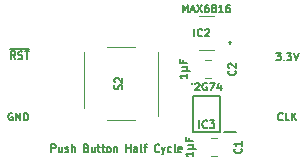
<source format=gbr>
%TF.GenerationSoftware,KiCad,Pcbnew,7.0.5*%
%TF.CreationDate,2023-12-18T16:39:59+02:00*%
%TF.ProjectId,Clock Push Button,436c6f63-6b20-4507-9573-682042757474,rev?*%
%TF.SameCoordinates,Original*%
%TF.FileFunction,Legend,Top*%
%TF.FilePolarity,Positive*%
%FSLAX46Y46*%
G04 Gerber Fmt 4.6, Leading zero omitted, Abs format (unit mm)*
G04 Created by KiCad (PCBNEW 7.0.5) date 2023-12-18 16:39:59*
%MOMM*%
%LPD*%
G01*
G04 APERTURE LIST*
%ADD10C,0.150000*%
%ADD11C,0.200000*%
%ADD12C,0.100000*%
%ADD13C,0.120000*%
G04 APERTURE END LIST*
D10*
X111594791Y-53625963D02*
X111383124Y-53323582D01*
X111231934Y-53625963D02*
X111231934Y-52990963D01*
X111231934Y-52990963D02*
X111473839Y-52990963D01*
X111473839Y-52990963D02*
X111534315Y-53021201D01*
X111534315Y-53021201D02*
X111564553Y-53051439D01*
X111564553Y-53051439D02*
X111594791Y-53111915D01*
X111594791Y-53111915D02*
X111594791Y-53202629D01*
X111594791Y-53202629D02*
X111564553Y-53263105D01*
X111564553Y-53263105D02*
X111534315Y-53293344D01*
X111534315Y-53293344D02*
X111473839Y-53323582D01*
X111473839Y-53323582D02*
X111231934Y-53323582D01*
X111836696Y-53595725D02*
X111927410Y-53625963D01*
X111927410Y-53625963D02*
X112078601Y-53625963D01*
X112078601Y-53625963D02*
X112139077Y-53595725D01*
X112139077Y-53595725D02*
X112169315Y-53565486D01*
X112169315Y-53565486D02*
X112199553Y-53505010D01*
X112199553Y-53505010D02*
X112199553Y-53444534D01*
X112199553Y-53444534D02*
X112169315Y-53384058D01*
X112169315Y-53384058D02*
X112139077Y-53353820D01*
X112139077Y-53353820D02*
X112078601Y-53323582D01*
X112078601Y-53323582D02*
X111957648Y-53293344D01*
X111957648Y-53293344D02*
X111897172Y-53263105D01*
X111897172Y-53263105D02*
X111866934Y-53232867D01*
X111866934Y-53232867D02*
X111836696Y-53172391D01*
X111836696Y-53172391D02*
X111836696Y-53111915D01*
X111836696Y-53111915D02*
X111866934Y-53051439D01*
X111866934Y-53051439D02*
X111897172Y-53021201D01*
X111897172Y-53021201D02*
X111957648Y-52990963D01*
X111957648Y-52990963D02*
X112108839Y-52990963D01*
X112108839Y-52990963D02*
X112199553Y-53021201D01*
X112380982Y-52990963D02*
X112743839Y-52990963D01*
X112562410Y-53625963D02*
X112562410Y-52990963D01*
X111144244Y-52814675D02*
X112740816Y-52814675D01*
X114638665Y-61509488D02*
X114638665Y-60874488D01*
X114638665Y-60874488D02*
X114880570Y-60874488D01*
X114880570Y-60874488D02*
X114941046Y-60904726D01*
X114941046Y-60904726D02*
X114971284Y-60934964D01*
X114971284Y-60934964D02*
X115001522Y-60995440D01*
X115001522Y-60995440D02*
X115001522Y-61086154D01*
X115001522Y-61086154D02*
X114971284Y-61146630D01*
X114971284Y-61146630D02*
X114941046Y-61176869D01*
X114941046Y-61176869D02*
X114880570Y-61207107D01*
X114880570Y-61207107D02*
X114638665Y-61207107D01*
X115545808Y-61086154D02*
X115545808Y-61509488D01*
X115273665Y-61086154D02*
X115273665Y-61418773D01*
X115273665Y-61418773D02*
X115303903Y-61479250D01*
X115303903Y-61479250D02*
X115364379Y-61509488D01*
X115364379Y-61509488D02*
X115455094Y-61509488D01*
X115455094Y-61509488D02*
X115515570Y-61479250D01*
X115515570Y-61479250D02*
X115545808Y-61449011D01*
X115817951Y-61479250D02*
X115878427Y-61509488D01*
X115878427Y-61509488D02*
X115999379Y-61509488D01*
X115999379Y-61509488D02*
X116059856Y-61479250D01*
X116059856Y-61479250D02*
X116090094Y-61418773D01*
X116090094Y-61418773D02*
X116090094Y-61388535D01*
X116090094Y-61388535D02*
X116059856Y-61328059D01*
X116059856Y-61328059D02*
X115999379Y-61297821D01*
X115999379Y-61297821D02*
X115908665Y-61297821D01*
X115908665Y-61297821D02*
X115848189Y-61267583D01*
X115848189Y-61267583D02*
X115817951Y-61207107D01*
X115817951Y-61207107D02*
X115817951Y-61176869D01*
X115817951Y-61176869D02*
X115848189Y-61116392D01*
X115848189Y-61116392D02*
X115908665Y-61086154D01*
X115908665Y-61086154D02*
X115999379Y-61086154D01*
X115999379Y-61086154D02*
X116059856Y-61116392D01*
X116362237Y-61509488D02*
X116362237Y-60874488D01*
X116634380Y-61509488D02*
X116634380Y-61176869D01*
X116634380Y-61176869D02*
X116604142Y-61116392D01*
X116604142Y-61116392D02*
X116543666Y-61086154D01*
X116543666Y-61086154D02*
X116452951Y-61086154D01*
X116452951Y-61086154D02*
X116392475Y-61116392D01*
X116392475Y-61116392D02*
X116362237Y-61146630D01*
X117632238Y-61176869D02*
X117722952Y-61207107D01*
X117722952Y-61207107D02*
X117753190Y-61237345D01*
X117753190Y-61237345D02*
X117783428Y-61297821D01*
X117783428Y-61297821D02*
X117783428Y-61388535D01*
X117783428Y-61388535D02*
X117753190Y-61449011D01*
X117753190Y-61449011D02*
X117722952Y-61479250D01*
X117722952Y-61479250D02*
X117662476Y-61509488D01*
X117662476Y-61509488D02*
X117420571Y-61509488D01*
X117420571Y-61509488D02*
X117420571Y-60874488D01*
X117420571Y-60874488D02*
X117632238Y-60874488D01*
X117632238Y-60874488D02*
X117692714Y-60904726D01*
X117692714Y-60904726D02*
X117722952Y-60934964D01*
X117722952Y-60934964D02*
X117753190Y-60995440D01*
X117753190Y-60995440D02*
X117753190Y-61055916D01*
X117753190Y-61055916D02*
X117722952Y-61116392D01*
X117722952Y-61116392D02*
X117692714Y-61146630D01*
X117692714Y-61146630D02*
X117632238Y-61176869D01*
X117632238Y-61176869D02*
X117420571Y-61176869D01*
X118327714Y-61086154D02*
X118327714Y-61509488D01*
X118055571Y-61086154D02*
X118055571Y-61418773D01*
X118055571Y-61418773D02*
X118085809Y-61479250D01*
X118085809Y-61479250D02*
X118146285Y-61509488D01*
X118146285Y-61509488D02*
X118237000Y-61509488D01*
X118237000Y-61509488D02*
X118297476Y-61479250D01*
X118297476Y-61479250D02*
X118327714Y-61449011D01*
X118539381Y-61086154D02*
X118781285Y-61086154D01*
X118630095Y-60874488D02*
X118630095Y-61418773D01*
X118630095Y-61418773D02*
X118660333Y-61479250D01*
X118660333Y-61479250D02*
X118720809Y-61509488D01*
X118720809Y-61509488D02*
X118781285Y-61509488D01*
X118902238Y-61086154D02*
X119144142Y-61086154D01*
X118992952Y-60874488D02*
X118992952Y-61418773D01*
X118992952Y-61418773D02*
X119023190Y-61479250D01*
X119023190Y-61479250D02*
X119083666Y-61509488D01*
X119083666Y-61509488D02*
X119144142Y-61509488D01*
X119446523Y-61509488D02*
X119386047Y-61479250D01*
X119386047Y-61479250D02*
X119355809Y-61449011D01*
X119355809Y-61449011D02*
X119325571Y-61388535D01*
X119325571Y-61388535D02*
X119325571Y-61207107D01*
X119325571Y-61207107D02*
X119355809Y-61146630D01*
X119355809Y-61146630D02*
X119386047Y-61116392D01*
X119386047Y-61116392D02*
X119446523Y-61086154D01*
X119446523Y-61086154D02*
X119537238Y-61086154D01*
X119537238Y-61086154D02*
X119597714Y-61116392D01*
X119597714Y-61116392D02*
X119627952Y-61146630D01*
X119627952Y-61146630D02*
X119658190Y-61207107D01*
X119658190Y-61207107D02*
X119658190Y-61388535D01*
X119658190Y-61388535D02*
X119627952Y-61449011D01*
X119627952Y-61449011D02*
X119597714Y-61479250D01*
X119597714Y-61479250D02*
X119537238Y-61509488D01*
X119537238Y-61509488D02*
X119446523Y-61509488D01*
X119930333Y-61086154D02*
X119930333Y-61509488D01*
X119930333Y-61146630D02*
X119960571Y-61116392D01*
X119960571Y-61116392D02*
X120021047Y-61086154D01*
X120021047Y-61086154D02*
X120111762Y-61086154D01*
X120111762Y-61086154D02*
X120172238Y-61116392D01*
X120172238Y-61116392D02*
X120202476Y-61176869D01*
X120202476Y-61176869D02*
X120202476Y-61509488D01*
X120988667Y-61509488D02*
X120988667Y-60874488D01*
X120988667Y-61176869D02*
X121351524Y-61176869D01*
X121351524Y-61509488D02*
X121351524Y-60874488D01*
X121926048Y-61509488D02*
X121926048Y-61176869D01*
X121926048Y-61176869D02*
X121895810Y-61116392D01*
X121895810Y-61116392D02*
X121835334Y-61086154D01*
X121835334Y-61086154D02*
X121714381Y-61086154D01*
X121714381Y-61086154D02*
X121653905Y-61116392D01*
X121926048Y-61479250D02*
X121865572Y-61509488D01*
X121865572Y-61509488D02*
X121714381Y-61509488D01*
X121714381Y-61509488D02*
X121653905Y-61479250D01*
X121653905Y-61479250D02*
X121623667Y-61418773D01*
X121623667Y-61418773D02*
X121623667Y-61358297D01*
X121623667Y-61358297D02*
X121653905Y-61297821D01*
X121653905Y-61297821D02*
X121714381Y-61267583D01*
X121714381Y-61267583D02*
X121865572Y-61267583D01*
X121865572Y-61267583D02*
X121926048Y-61237345D01*
X122319143Y-61509488D02*
X122258667Y-61479250D01*
X122258667Y-61479250D02*
X122228429Y-61418773D01*
X122228429Y-61418773D02*
X122228429Y-60874488D01*
X122470334Y-61086154D02*
X122712238Y-61086154D01*
X122561048Y-61509488D02*
X122561048Y-60965202D01*
X122561048Y-60965202D02*
X122591286Y-60904726D01*
X122591286Y-60904726D02*
X122651762Y-60874488D01*
X122651762Y-60874488D02*
X122712238Y-60874488D01*
X123770572Y-61449011D02*
X123740334Y-61479250D01*
X123740334Y-61479250D02*
X123649620Y-61509488D01*
X123649620Y-61509488D02*
X123589144Y-61509488D01*
X123589144Y-61509488D02*
X123498429Y-61479250D01*
X123498429Y-61479250D02*
X123437953Y-61418773D01*
X123437953Y-61418773D02*
X123407715Y-61358297D01*
X123407715Y-61358297D02*
X123377477Y-61237345D01*
X123377477Y-61237345D02*
X123377477Y-61146630D01*
X123377477Y-61146630D02*
X123407715Y-61025678D01*
X123407715Y-61025678D02*
X123437953Y-60965202D01*
X123437953Y-60965202D02*
X123498429Y-60904726D01*
X123498429Y-60904726D02*
X123589144Y-60874488D01*
X123589144Y-60874488D02*
X123649620Y-60874488D01*
X123649620Y-60874488D02*
X123740334Y-60904726D01*
X123740334Y-60904726D02*
X123770572Y-60934964D01*
X123982239Y-61086154D02*
X124133429Y-61509488D01*
X124284620Y-61086154D02*
X124133429Y-61509488D01*
X124133429Y-61509488D02*
X124072953Y-61660678D01*
X124072953Y-61660678D02*
X124042715Y-61690916D01*
X124042715Y-61690916D02*
X123982239Y-61721154D01*
X124798668Y-61479250D02*
X124738192Y-61509488D01*
X124738192Y-61509488D02*
X124617239Y-61509488D01*
X124617239Y-61509488D02*
X124556763Y-61479250D01*
X124556763Y-61479250D02*
X124526525Y-61449011D01*
X124526525Y-61449011D02*
X124496287Y-61388535D01*
X124496287Y-61388535D02*
X124496287Y-61207107D01*
X124496287Y-61207107D02*
X124526525Y-61146630D01*
X124526525Y-61146630D02*
X124556763Y-61116392D01*
X124556763Y-61116392D02*
X124617239Y-61086154D01*
X124617239Y-61086154D02*
X124738192Y-61086154D01*
X124738192Y-61086154D02*
X124798668Y-61116392D01*
X125161525Y-61509488D02*
X125101049Y-61479250D01*
X125101049Y-61479250D02*
X125070811Y-61418773D01*
X125070811Y-61418773D02*
X125070811Y-60874488D01*
X125645335Y-61479250D02*
X125584859Y-61509488D01*
X125584859Y-61509488D02*
X125463906Y-61509488D01*
X125463906Y-61509488D02*
X125403430Y-61479250D01*
X125403430Y-61479250D02*
X125373192Y-61418773D01*
X125373192Y-61418773D02*
X125373192Y-61176869D01*
X125373192Y-61176869D02*
X125403430Y-61116392D01*
X125403430Y-61116392D02*
X125463906Y-61086154D01*
X125463906Y-61086154D02*
X125584859Y-61086154D01*
X125584859Y-61086154D02*
X125645335Y-61116392D01*
X125645335Y-61116392D02*
X125675573Y-61176869D01*
X125675573Y-61176869D02*
X125675573Y-61237345D01*
X125675573Y-61237345D02*
X125373192Y-61297821D01*
X111352887Y-58228201D02*
X111292411Y-58197963D01*
X111292411Y-58197963D02*
X111201697Y-58197963D01*
X111201697Y-58197963D02*
X111110982Y-58228201D01*
X111110982Y-58228201D02*
X111050506Y-58288677D01*
X111050506Y-58288677D02*
X111020268Y-58349153D01*
X111020268Y-58349153D02*
X110990030Y-58470105D01*
X110990030Y-58470105D02*
X110990030Y-58560820D01*
X110990030Y-58560820D02*
X111020268Y-58681772D01*
X111020268Y-58681772D02*
X111050506Y-58742248D01*
X111050506Y-58742248D02*
X111110982Y-58802725D01*
X111110982Y-58802725D02*
X111201697Y-58832963D01*
X111201697Y-58832963D02*
X111262173Y-58832963D01*
X111262173Y-58832963D02*
X111352887Y-58802725D01*
X111352887Y-58802725D02*
X111383125Y-58772486D01*
X111383125Y-58772486D02*
X111383125Y-58560820D01*
X111383125Y-58560820D02*
X111262173Y-58560820D01*
X111655268Y-58832963D02*
X111655268Y-58197963D01*
X111655268Y-58197963D02*
X112018125Y-58832963D01*
X112018125Y-58832963D02*
X112018125Y-58197963D01*
X112320506Y-58832963D02*
X112320506Y-58197963D01*
X112320506Y-58197963D02*
X112471696Y-58197963D01*
X112471696Y-58197963D02*
X112562411Y-58228201D01*
X112562411Y-58228201D02*
X112622887Y-58288677D01*
X112622887Y-58288677D02*
X112653125Y-58349153D01*
X112653125Y-58349153D02*
X112683363Y-58470105D01*
X112683363Y-58470105D02*
X112683363Y-58560820D01*
X112683363Y-58560820D02*
X112653125Y-58681772D01*
X112653125Y-58681772D02*
X112622887Y-58742248D01*
X112622887Y-58742248D02*
X112562411Y-58802725D01*
X112562411Y-58802725D02*
X112471696Y-58832963D01*
X112471696Y-58832963D02*
X112320506Y-58832963D01*
X134216731Y-58772486D02*
X134186493Y-58802725D01*
X134186493Y-58802725D02*
X134095779Y-58832963D01*
X134095779Y-58832963D02*
X134035303Y-58832963D01*
X134035303Y-58832963D02*
X133944588Y-58802725D01*
X133944588Y-58802725D02*
X133884112Y-58742248D01*
X133884112Y-58742248D02*
X133853874Y-58681772D01*
X133853874Y-58681772D02*
X133823636Y-58560820D01*
X133823636Y-58560820D02*
X133823636Y-58470105D01*
X133823636Y-58470105D02*
X133853874Y-58349153D01*
X133853874Y-58349153D02*
X133884112Y-58288677D01*
X133884112Y-58288677D02*
X133944588Y-58228201D01*
X133944588Y-58228201D02*
X134035303Y-58197963D01*
X134035303Y-58197963D02*
X134095779Y-58197963D01*
X134095779Y-58197963D02*
X134186493Y-58228201D01*
X134186493Y-58228201D02*
X134216731Y-58258439D01*
X134791255Y-58832963D02*
X134488874Y-58832963D01*
X134488874Y-58832963D02*
X134488874Y-58197963D01*
X135002922Y-58832963D02*
X135002922Y-58197963D01*
X135365779Y-58832963D02*
X135093636Y-58470105D01*
X135365779Y-58197963D02*
X135002922Y-58560820D01*
X133666398Y-53117963D02*
X134059493Y-53117963D01*
X134059493Y-53117963D02*
X133847826Y-53359867D01*
X133847826Y-53359867D02*
X133938541Y-53359867D01*
X133938541Y-53359867D02*
X133999017Y-53390105D01*
X133999017Y-53390105D02*
X134029255Y-53420344D01*
X134029255Y-53420344D02*
X134059493Y-53480820D01*
X134059493Y-53480820D02*
X134059493Y-53632010D01*
X134059493Y-53632010D02*
X134029255Y-53692486D01*
X134029255Y-53692486D02*
X133999017Y-53722725D01*
X133999017Y-53722725D02*
X133938541Y-53752963D01*
X133938541Y-53752963D02*
X133757112Y-53752963D01*
X133757112Y-53752963D02*
X133696636Y-53722725D01*
X133696636Y-53722725D02*
X133666398Y-53692486D01*
X134331636Y-53692486D02*
X134361874Y-53722725D01*
X134361874Y-53722725D02*
X134331636Y-53752963D01*
X134331636Y-53752963D02*
X134301398Y-53722725D01*
X134301398Y-53722725D02*
X134331636Y-53692486D01*
X134331636Y-53692486D02*
X134331636Y-53752963D01*
X134573541Y-53117963D02*
X134966636Y-53117963D01*
X134966636Y-53117963D02*
X134754969Y-53359867D01*
X134754969Y-53359867D02*
X134845684Y-53359867D01*
X134845684Y-53359867D02*
X134906160Y-53390105D01*
X134906160Y-53390105D02*
X134936398Y-53420344D01*
X134936398Y-53420344D02*
X134966636Y-53480820D01*
X134966636Y-53480820D02*
X134966636Y-53632010D01*
X134966636Y-53632010D02*
X134936398Y-53692486D01*
X134936398Y-53692486D02*
X134906160Y-53722725D01*
X134906160Y-53722725D02*
X134845684Y-53752963D01*
X134845684Y-53752963D02*
X134664255Y-53752963D01*
X134664255Y-53752963D02*
X134603779Y-53722725D01*
X134603779Y-53722725D02*
X134573541Y-53692486D01*
X135148065Y-53117963D02*
X135359731Y-53752963D01*
X135359731Y-53752963D02*
X135571398Y-53117963D01*
%TO.C,IC2*%
X126761119Y-51720963D02*
X126761119Y-51085963D01*
X127426357Y-51660486D02*
X127396119Y-51690725D01*
X127396119Y-51690725D02*
X127305405Y-51720963D01*
X127305405Y-51720963D02*
X127244929Y-51720963D01*
X127244929Y-51720963D02*
X127154214Y-51690725D01*
X127154214Y-51690725D02*
X127093738Y-51630248D01*
X127093738Y-51630248D02*
X127063500Y-51569772D01*
X127063500Y-51569772D02*
X127033262Y-51448820D01*
X127033262Y-51448820D02*
X127033262Y-51358105D01*
X127033262Y-51358105D02*
X127063500Y-51237153D01*
X127063500Y-51237153D02*
X127093738Y-51176677D01*
X127093738Y-51176677D02*
X127154214Y-51116201D01*
X127154214Y-51116201D02*
X127244929Y-51085963D01*
X127244929Y-51085963D02*
X127305405Y-51085963D01*
X127305405Y-51085963D02*
X127396119Y-51116201D01*
X127396119Y-51116201D02*
X127426357Y-51146439D01*
X127668262Y-51146439D02*
X127698500Y-51116201D01*
X127698500Y-51116201D02*
X127758976Y-51085963D01*
X127758976Y-51085963D02*
X127910167Y-51085963D01*
X127910167Y-51085963D02*
X127970643Y-51116201D01*
X127970643Y-51116201D02*
X128000881Y-51146439D01*
X128000881Y-51146439D02*
X128031119Y-51206915D01*
X128031119Y-51206915D02*
X128031119Y-51267391D01*
X128031119Y-51267391D02*
X128000881Y-51358105D01*
X128000881Y-51358105D02*
X127638024Y-51720963D01*
X127638024Y-51720963D02*
X128031119Y-51720963D01*
X125771785Y-49688963D02*
X125771785Y-49053963D01*
X125771785Y-49053963D02*
X125983452Y-49507534D01*
X125983452Y-49507534D02*
X126195118Y-49053963D01*
X126195118Y-49053963D02*
X126195118Y-49688963D01*
X126467261Y-49507534D02*
X126769642Y-49507534D01*
X126406785Y-49688963D02*
X126618451Y-49053963D01*
X126618451Y-49053963D02*
X126830118Y-49688963D01*
X126981309Y-49053963D02*
X127404642Y-49688963D01*
X127404642Y-49053963D02*
X126981309Y-49688963D01*
X127918690Y-49053963D02*
X127797737Y-49053963D01*
X127797737Y-49053963D02*
X127737261Y-49084201D01*
X127737261Y-49084201D02*
X127707023Y-49114439D01*
X127707023Y-49114439D02*
X127646547Y-49205153D01*
X127646547Y-49205153D02*
X127616309Y-49326105D01*
X127616309Y-49326105D02*
X127616309Y-49568010D01*
X127616309Y-49568010D02*
X127646547Y-49628486D01*
X127646547Y-49628486D02*
X127676785Y-49658725D01*
X127676785Y-49658725D02*
X127737261Y-49688963D01*
X127737261Y-49688963D02*
X127858214Y-49688963D01*
X127858214Y-49688963D02*
X127918690Y-49658725D01*
X127918690Y-49658725D02*
X127948928Y-49628486D01*
X127948928Y-49628486D02*
X127979166Y-49568010D01*
X127979166Y-49568010D02*
X127979166Y-49416820D01*
X127979166Y-49416820D02*
X127948928Y-49356344D01*
X127948928Y-49356344D02*
X127918690Y-49326105D01*
X127918690Y-49326105D02*
X127858214Y-49295867D01*
X127858214Y-49295867D02*
X127737261Y-49295867D01*
X127737261Y-49295867D02*
X127676785Y-49326105D01*
X127676785Y-49326105D02*
X127646547Y-49356344D01*
X127646547Y-49356344D02*
X127616309Y-49416820D01*
X128342023Y-49326105D02*
X128281547Y-49295867D01*
X128281547Y-49295867D02*
X128251309Y-49265629D01*
X128251309Y-49265629D02*
X128221071Y-49205153D01*
X128221071Y-49205153D02*
X128221071Y-49174915D01*
X128221071Y-49174915D02*
X128251309Y-49114439D01*
X128251309Y-49114439D02*
X128281547Y-49084201D01*
X128281547Y-49084201D02*
X128342023Y-49053963D01*
X128342023Y-49053963D02*
X128462976Y-49053963D01*
X128462976Y-49053963D02*
X128523452Y-49084201D01*
X128523452Y-49084201D02*
X128553690Y-49114439D01*
X128553690Y-49114439D02*
X128583928Y-49174915D01*
X128583928Y-49174915D02*
X128583928Y-49205153D01*
X128583928Y-49205153D02*
X128553690Y-49265629D01*
X128553690Y-49265629D02*
X128523452Y-49295867D01*
X128523452Y-49295867D02*
X128462976Y-49326105D01*
X128462976Y-49326105D02*
X128342023Y-49326105D01*
X128342023Y-49326105D02*
X128281547Y-49356344D01*
X128281547Y-49356344D02*
X128251309Y-49386582D01*
X128251309Y-49386582D02*
X128221071Y-49447058D01*
X128221071Y-49447058D02*
X128221071Y-49568010D01*
X128221071Y-49568010D02*
X128251309Y-49628486D01*
X128251309Y-49628486D02*
X128281547Y-49658725D01*
X128281547Y-49658725D02*
X128342023Y-49688963D01*
X128342023Y-49688963D02*
X128462976Y-49688963D01*
X128462976Y-49688963D02*
X128523452Y-49658725D01*
X128523452Y-49658725D02*
X128553690Y-49628486D01*
X128553690Y-49628486D02*
X128583928Y-49568010D01*
X128583928Y-49568010D02*
X128583928Y-49447058D01*
X128583928Y-49447058D02*
X128553690Y-49386582D01*
X128553690Y-49386582D02*
X128523452Y-49356344D01*
X128523452Y-49356344D02*
X128462976Y-49326105D01*
X129188690Y-49688963D02*
X128825833Y-49688963D01*
X129007261Y-49688963D02*
X129007261Y-49053963D01*
X129007261Y-49053963D02*
X128946785Y-49144677D01*
X128946785Y-49144677D02*
X128886309Y-49205153D01*
X128886309Y-49205153D02*
X128825833Y-49235391D01*
X129732976Y-49053963D02*
X129612023Y-49053963D01*
X129612023Y-49053963D02*
X129551547Y-49084201D01*
X129551547Y-49084201D02*
X129521309Y-49114439D01*
X129521309Y-49114439D02*
X129460833Y-49205153D01*
X129460833Y-49205153D02*
X129430595Y-49326105D01*
X129430595Y-49326105D02*
X129430595Y-49568010D01*
X129430595Y-49568010D02*
X129460833Y-49628486D01*
X129460833Y-49628486D02*
X129491071Y-49658725D01*
X129491071Y-49658725D02*
X129551547Y-49688963D01*
X129551547Y-49688963D02*
X129672500Y-49688963D01*
X129672500Y-49688963D02*
X129732976Y-49658725D01*
X129732976Y-49658725D02*
X129763214Y-49628486D01*
X129763214Y-49628486D02*
X129793452Y-49568010D01*
X129793452Y-49568010D02*
X129793452Y-49416820D01*
X129793452Y-49416820D02*
X129763214Y-49356344D01*
X129763214Y-49356344D02*
X129732976Y-49326105D01*
X129732976Y-49326105D02*
X129672500Y-49295867D01*
X129672500Y-49295867D02*
X129551547Y-49295867D01*
X129551547Y-49295867D02*
X129491071Y-49326105D01*
X129491071Y-49326105D02*
X129460833Y-49356344D01*
X129460833Y-49356344D02*
X129430595Y-49416820D01*
%TO.C,S2*%
X120586125Y-56211409D02*
X120616363Y-56120695D01*
X120616363Y-56120695D02*
X120616363Y-55969504D01*
X120616363Y-55969504D02*
X120586125Y-55909028D01*
X120586125Y-55909028D02*
X120555886Y-55878790D01*
X120555886Y-55878790D02*
X120495410Y-55848552D01*
X120495410Y-55848552D02*
X120434934Y-55848552D01*
X120434934Y-55848552D02*
X120374458Y-55878790D01*
X120374458Y-55878790D02*
X120344220Y-55909028D01*
X120344220Y-55909028D02*
X120313982Y-55969504D01*
X120313982Y-55969504D02*
X120283744Y-56090457D01*
X120283744Y-56090457D02*
X120253505Y-56150933D01*
X120253505Y-56150933D02*
X120223267Y-56181171D01*
X120223267Y-56181171D02*
X120162791Y-56211409D01*
X120162791Y-56211409D02*
X120102315Y-56211409D01*
X120102315Y-56211409D02*
X120041839Y-56181171D01*
X120041839Y-56181171D02*
X120011601Y-56150933D01*
X120011601Y-56150933D02*
X119981363Y-56090457D01*
X119981363Y-56090457D02*
X119981363Y-55939266D01*
X119981363Y-55939266D02*
X120011601Y-55848552D01*
X120041839Y-55606647D02*
X120011601Y-55576409D01*
X120011601Y-55576409D02*
X119981363Y-55515933D01*
X119981363Y-55515933D02*
X119981363Y-55364742D01*
X119981363Y-55364742D02*
X120011601Y-55304266D01*
X120011601Y-55304266D02*
X120041839Y-55274028D01*
X120041839Y-55274028D02*
X120102315Y-55243790D01*
X120102315Y-55243790D02*
X120162791Y-55243790D01*
X120162791Y-55243790D02*
X120253505Y-55274028D01*
X120253505Y-55274028D02*
X120616363Y-55636885D01*
X120616363Y-55636885D02*
X120616363Y-55243790D01*
%TO.C,IC3*%
X127165884Y-59467963D02*
X127165884Y-58832963D01*
X127831122Y-59407486D02*
X127800884Y-59437725D01*
X127800884Y-59437725D02*
X127710170Y-59467963D01*
X127710170Y-59467963D02*
X127649694Y-59467963D01*
X127649694Y-59467963D02*
X127558979Y-59437725D01*
X127558979Y-59437725D02*
X127498503Y-59377248D01*
X127498503Y-59377248D02*
X127468265Y-59316772D01*
X127468265Y-59316772D02*
X127438027Y-59195820D01*
X127438027Y-59195820D02*
X127438027Y-59105105D01*
X127438027Y-59105105D02*
X127468265Y-58984153D01*
X127468265Y-58984153D02*
X127498503Y-58923677D01*
X127498503Y-58923677D02*
X127558979Y-58863201D01*
X127558979Y-58863201D02*
X127649694Y-58832963D01*
X127649694Y-58832963D02*
X127710170Y-58832963D01*
X127710170Y-58832963D02*
X127800884Y-58863201D01*
X127800884Y-58863201D02*
X127831122Y-58893439D01*
X128042789Y-58832963D02*
X128435884Y-58832963D01*
X128435884Y-58832963D02*
X128224217Y-59074867D01*
X128224217Y-59074867D02*
X128314932Y-59074867D01*
X128314932Y-59074867D02*
X128375408Y-59105105D01*
X128375408Y-59105105D02*
X128405646Y-59135344D01*
X128405646Y-59135344D02*
X128435884Y-59195820D01*
X128435884Y-59195820D02*
X128435884Y-59347010D01*
X128435884Y-59347010D02*
X128405646Y-59407486D01*
X128405646Y-59407486D02*
X128375408Y-59437725D01*
X128375408Y-59437725D02*
X128314932Y-59467963D01*
X128314932Y-59467963D02*
X128133503Y-59467963D01*
X128133503Y-59467963D02*
X128073027Y-59437725D01*
X128073027Y-59437725D02*
X128042789Y-59407486D01*
X126591360Y-55657963D02*
X126530884Y-55778915D01*
X126833265Y-55718439D02*
X126863503Y-55688201D01*
X126863503Y-55688201D02*
X126923979Y-55657963D01*
X126923979Y-55657963D02*
X127075170Y-55657963D01*
X127075170Y-55657963D02*
X127135646Y-55688201D01*
X127135646Y-55688201D02*
X127165884Y-55718439D01*
X127165884Y-55718439D02*
X127196122Y-55778915D01*
X127196122Y-55778915D02*
X127196122Y-55839391D01*
X127196122Y-55839391D02*
X127165884Y-55930105D01*
X127165884Y-55930105D02*
X126803027Y-56292963D01*
X126803027Y-56292963D02*
X127196122Y-56292963D01*
X127800884Y-55688201D02*
X127740408Y-55657963D01*
X127740408Y-55657963D02*
X127649694Y-55657963D01*
X127649694Y-55657963D02*
X127558979Y-55688201D01*
X127558979Y-55688201D02*
X127498503Y-55748677D01*
X127498503Y-55748677D02*
X127468265Y-55809153D01*
X127468265Y-55809153D02*
X127438027Y-55930105D01*
X127438027Y-55930105D02*
X127438027Y-56020820D01*
X127438027Y-56020820D02*
X127468265Y-56141772D01*
X127468265Y-56141772D02*
X127498503Y-56202248D01*
X127498503Y-56202248D02*
X127558979Y-56262725D01*
X127558979Y-56262725D02*
X127649694Y-56292963D01*
X127649694Y-56292963D02*
X127710170Y-56292963D01*
X127710170Y-56292963D02*
X127800884Y-56262725D01*
X127800884Y-56262725D02*
X127831122Y-56232486D01*
X127831122Y-56232486D02*
X127831122Y-56020820D01*
X127831122Y-56020820D02*
X127710170Y-56020820D01*
X128042789Y-55657963D02*
X128466122Y-55657963D01*
X128466122Y-55657963D02*
X128193979Y-56292963D01*
X128980170Y-55869629D02*
X128980170Y-56292963D01*
X128828979Y-55627725D02*
X128677789Y-56081296D01*
X128677789Y-56081296D02*
X129070884Y-56081296D01*
%TO.C,C2*%
X130187851Y-54615833D02*
X130218090Y-54646071D01*
X130218090Y-54646071D02*
X130248328Y-54736785D01*
X130248328Y-54736785D02*
X130248328Y-54797261D01*
X130248328Y-54797261D02*
X130218090Y-54887976D01*
X130218090Y-54887976D02*
X130157613Y-54948452D01*
X130157613Y-54948452D02*
X130097137Y-54978690D01*
X130097137Y-54978690D02*
X129976185Y-55008928D01*
X129976185Y-55008928D02*
X129885470Y-55008928D01*
X129885470Y-55008928D02*
X129764518Y-54978690D01*
X129764518Y-54978690D02*
X129704042Y-54948452D01*
X129704042Y-54948452D02*
X129643566Y-54887976D01*
X129643566Y-54887976D02*
X129613328Y-54797261D01*
X129613328Y-54797261D02*
X129613328Y-54736785D01*
X129613328Y-54736785D02*
X129643566Y-54646071D01*
X129643566Y-54646071D02*
X129673804Y-54615833D01*
X129673804Y-54373928D02*
X129643566Y-54343690D01*
X129643566Y-54343690D02*
X129613328Y-54283214D01*
X129613328Y-54283214D02*
X129613328Y-54132023D01*
X129613328Y-54132023D02*
X129643566Y-54071547D01*
X129643566Y-54071547D02*
X129673804Y-54041309D01*
X129673804Y-54041309D02*
X129734280Y-54011071D01*
X129734280Y-54011071D02*
X129794756Y-54011071D01*
X129794756Y-54011071D02*
X129885470Y-54041309D01*
X129885470Y-54041309D02*
X130248328Y-54404166D01*
X130248328Y-54404166D02*
X130248328Y-54011071D01*
X126141328Y-54906333D02*
X126141328Y-55269190D01*
X126141328Y-55087762D02*
X125506328Y-55087762D01*
X125506328Y-55087762D02*
X125597042Y-55148238D01*
X125597042Y-55148238D02*
X125657518Y-55208714D01*
X125657518Y-55208714D02*
X125687756Y-55269190D01*
X125717994Y-54634190D02*
X126352994Y-54634190D01*
X126050613Y-54331809D02*
X126111090Y-54301571D01*
X126111090Y-54301571D02*
X126141328Y-54241095D01*
X126050613Y-54634190D02*
X126111090Y-54603952D01*
X126111090Y-54603952D02*
X126141328Y-54543476D01*
X126141328Y-54543476D02*
X126141328Y-54422523D01*
X126141328Y-54422523D02*
X126111090Y-54362047D01*
X126111090Y-54362047D02*
X126050613Y-54331809D01*
X126050613Y-54331809D02*
X125717994Y-54331809D01*
X125808709Y-53757285D02*
X125808709Y-53968952D01*
X126141328Y-53968952D02*
X125506328Y-53968952D01*
X125506328Y-53968952D02*
X125506328Y-53666571D01*
%TO.C,C1*%
X130697486Y-61219833D02*
X130727725Y-61250071D01*
X130727725Y-61250071D02*
X130757963Y-61340785D01*
X130757963Y-61340785D02*
X130757963Y-61401261D01*
X130757963Y-61401261D02*
X130727725Y-61491976D01*
X130727725Y-61491976D02*
X130667248Y-61552452D01*
X130667248Y-61552452D02*
X130606772Y-61582690D01*
X130606772Y-61582690D02*
X130485820Y-61612928D01*
X130485820Y-61612928D02*
X130395105Y-61612928D01*
X130395105Y-61612928D02*
X130274153Y-61582690D01*
X130274153Y-61582690D02*
X130213677Y-61552452D01*
X130213677Y-61552452D02*
X130153201Y-61491976D01*
X130153201Y-61491976D02*
X130122963Y-61401261D01*
X130122963Y-61401261D02*
X130122963Y-61340785D01*
X130122963Y-61340785D02*
X130153201Y-61250071D01*
X130153201Y-61250071D02*
X130183439Y-61219833D01*
X130757963Y-60615071D02*
X130757963Y-60977928D01*
X130757963Y-60796500D02*
X130122963Y-60796500D01*
X130122963Y-60796500D02*
X130213677Y-60856976D01*
X130213677Y-60856976D02*
X130274153Y-60917452D01*
X130274153Y-60917452D02*
X130304391Y-60977928D01*
X126650963Y-61510333D02*
X126650963Y-61873190D01*
X126650963Y-61691762D02*
X126015963Y-61691762D01*
X126015963Y-61691762D02*
X126106677Y-61752238D01*
X126106677Y-61752238D02*
X126167153Y-61812714D01*
X126167153Y-61812714D02*
X126197391Y-61873190D01*
X126227629Y-61238190D02*
X126862629Y-61238190D01*
X126560248Y-60935809D02*
X126620725Y-60905571D01*
X126620725Y-60905571D02*
X126650963Y-60845095D01*
X126560248Y-61238190D02*
X126620725Y-61207952D01*
X126620725Y-61207952D02*
X126650963Y-61147476D01*
X126650963Y-61147476D02*
X126650963Y-61026523D01*
X126650963Y-61026523D02*
X126620725Y-60966047D01*
X126620725Y-60966047D02*
X126560248Y-60935809D01*
X126560248Y-60935809D02*
X126227629Y-60935809D01*
X126318344Y-60361285D02*
X126318344Y-60572952D01*
X126650963Y-60572952D02*
X126015963Y-60572952D01*
X126015963Y-60572952D02*
X126015963Y-60270571D01*
D11*
%TO.C,IC2*%
X129767500Y-52335000D02*
X129767500Y-52335000D01*
X129767500Y-52135000D02*
X129767500Y-52135000D01*
D12*
X127117500Y-52895000D02*
X128417500Y-52895000D01*
X127117500Y-49975000D02*
X128417500Y-49975000D01*
D11*
X129767500Y-52135000D02*
G75*
G03*
X129767500Y-52335000I0J-100000D01*
G01*
X129767500Y-52335000D02*
G75*
G03*
X129767500Y-52135000I0J100000D01*
G01*
D12*
%TO.C,S2*%
X119348400Y-58827600D02*
X121748400Y-58827600D01*
X123648400Y-58427600D02*
X123648400Y-53027600D01*
X117448400Y-57827600D02*
X117448400Y-53027600D01*
X121748400Y-52627600D02*
X119348400Y-52627600D01*
D11*
%TO.C,IC3*%
X130235765Y-59843000D02*
X129285765Y-59843000D01*
X128935765Y-59793000D02*
X126635765Y-59793000D01*
X128935765Y-56793000D02*
X128935765Y-59793000D01*
X126635765Y-59793000D02*
X126635765Y-56793000D01*
X126635765Y-56793000D02*
X128935765Y-56793000D01*
D13*
%TO.C,C2*%
X127642113Y-53748000D02*
X128164617Y-53748000D01*
X127642113Y-55218000D02*
X128164617Y-55218000D01*
%TO.C,C1*%
X128151748Y-60352000D02*
X128674252Y-60352000D01*
X128151748Y-61822000D02*
X128674252Y-61822000D01*
%TD*%
M02*

</source>
